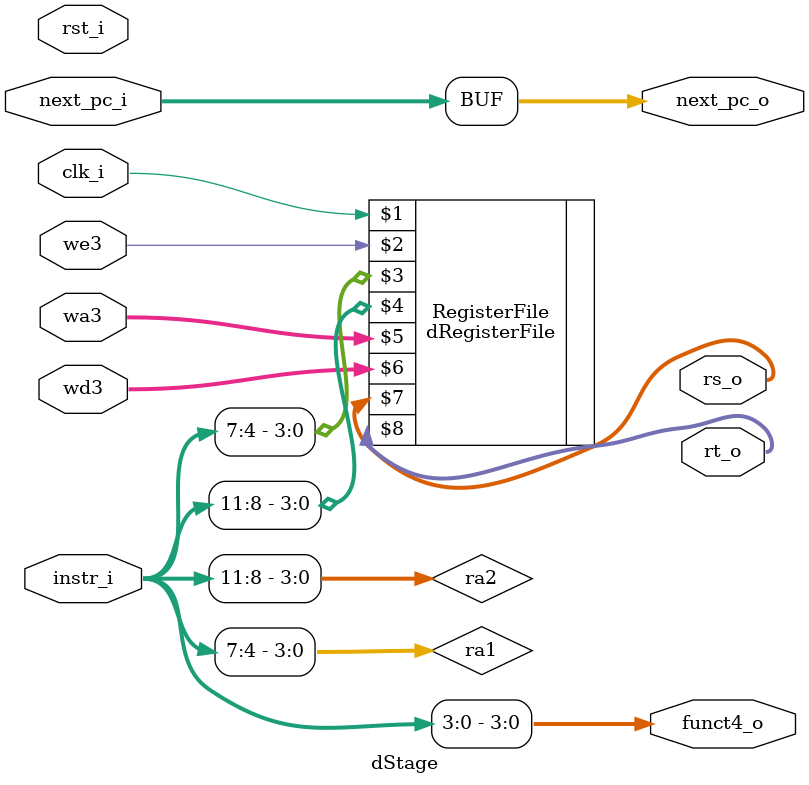
<source format=sv>
module dStage #(
    parameter I = 16, 
    parameter P = 16,
    parameter D = 16,
    parameter R = 4,
    parameter F = 4
) (
	 input logic         clk_i, rst_i,
     input logic [P-1:0] next_pc_i,
     input logic         we3,
     input logic [I-1:0] instr_i,
     input logic [R-1:0] wa3,
     input logic [D-1:0] wd3,
    output logic [P-1:0] next_pc_o,
    output logic [F-1:0] funct4_o,
    output logic [D-1:0] rs_o, rt_o
);
    logic [F-1:0] ra1, ra2;
    assign ra1 = instr_i[R+F:F];
    assign ra2 = instr_i[R+R+F:R+F];
    assign next_pc_o = next_pc_i;
    assign funct4_o = instr_i[F:0];

    dRegisterFile #(R, D)
        RegisterFile(clk_i, we3, 
                    ra1,//instr_i[R+F:F+1], 
                    ra2,//instr_i[R+R+F:R+F+1], 
                    wa3, 
                    wd3, 
                    rs_o, rt_o);
    
endmodule
</source>
